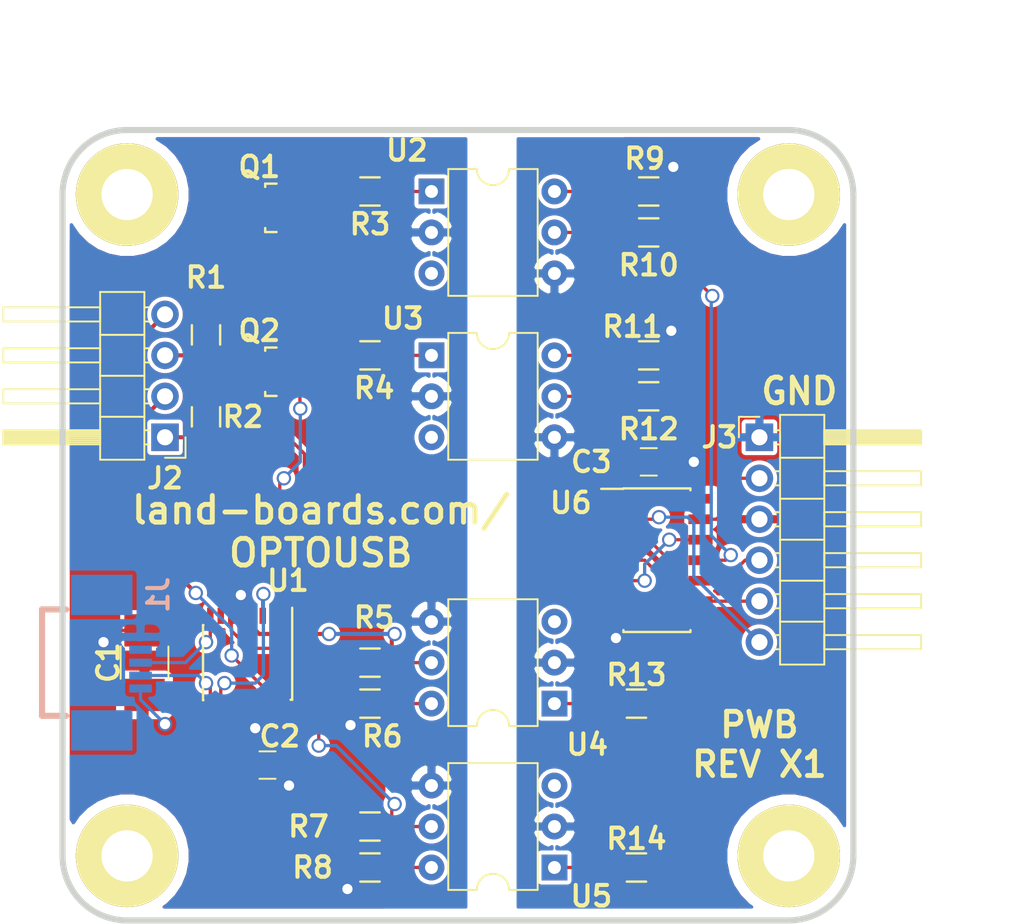
<source format=kicad_pcb>
(kicad_pcb (version 20171130) (host pcbnew "(5.1.10)-1")
  (layers (0 Front signal) (31 Back signal hide) (36 B.SilkS user) (37 F.SilkS user) (38 B.Mask user) (39 F.Mask user) (44 Edge.Cuts user))
  (net 0 "")
  (net 1 "Net-(R11-Pad2)")
  (net 2 /UVCC)
  (net 3 /UGND)
  (net 4 /+3.3V)
  (net 5 /DM)
  (net 6 /DP)
  (net 7 /PUP0)
  (net 8 /TXLED*)
  (net 9 /PUP1)
  (net 10 /RXLED*)
  (net 11 /UTX)
  (net 12 /URTS)
  (net 13 /LRX)
  (net 14 /URX)
  (net 15 /LTX)
  (net 16 "Net-(R8-Pad2)")
  (net 17 /LCTS)
  (net 18 /UCTS)
  (net 19 /LRTS)
  (net 20 GND)
  (net 21 "Net-(U6-Pad3)")
  (net 22 "Net-(U6-Pad12)")
  (net 23 /FCTS)
  (net 24 /FTX)
  (net 25 /FRX)
  (net 26 /FRTS)
  (net 27 "Net-(Q1-Pad2)")
  (net 28 "Net-(Q2-Pad2)")
  (net 29 VCC)
  (net 30 "Net-(R3-Pad2)")
  (net 31 "Net-(R4-Pad2)")
  (net 32 "Net-(R6-Pad2)")
  (net 33 "Net-(R9-Pad2)")
  (net 34 "Net-(R13-Pad1)")
  (net 35 "Net-(R14-Pad1)")
  (module Housings_SOIC:SOIC-14_3.9x8.7mm_Pitch1.27mm (layer Front) (at 107.83 75.67)
    (fp_text reference U6 (at -5.334 -3.556) (layer F.SilkS) (effects (font (size 1.27 1.27) (thickness 0.254))))
    (fp_text value 74HC14 hide)
    (fp_line (start -2.075 -4.425) (end -3.45 -4.425) (layer F.SilkS) (width 0.15))
    (fp_line (start -2.075 4.45) (end 2.075 4.45) (layer F.SilkS) (width 0.15))
    (fp_line (start -2.075 -4.45) (end 2.075 -4.45) (layer F.SilkS) (width 0.15))
    (fp_line (start -2.075 4.45) (end -2.075 4.335) (layer F.SilkS) (width 0.15))
    (fp_line (start 2.075 4.45) (end 2.075 4.335) (layer F.SilkS) (width 0.15))
    (fp_line (start 2.075 -4.45) (end 2.075 -4.335) (layer F.SilkS) (width 0.15))
    (fp_line (start -2.075 -4.45) (end -2.075 -4.425) (layer F.SilkS) (width 0.15))
    (pad 1 smd rect (at -2.7 -3.81) (size 1.5 0.6) (layers Front F.Mask) (net 19 /LRTS))
    (pad 2 smd rect (at -2.7 -2.54) (size 1.5 0.6) (layers Front F.Mask) (net 26 /FRTS))
    (pad 3 smd rect (at -2.7 -1.27) (size 1.5 0.6) (layers Front F.Mask) (net 21 "Net-(U6-Pad3)"))
    (pad 4 smd rect (at -2.7 0) (size 1.5 0.6) (layers Front F.Mask) (net 13 /LRX))
    (pad 5 smd rect (at -2.7 1.27) (size 1.5 0.6) (layers Front F.Mask) (net 22 "Net-(U6-Pad12)"))
    (pad 6 smd rect (at -2.7 2.54) (size 1.5 0.6) (layers Front F.Mask) (net 17 /LCTS))
    (pad 7 smd rect (at -2.7 3.81) (size 1.5 0.6) (layers Front F.Mask) (net 20 GND))
    (pad 8 smd rect (at 2.7 3.81) (size 1.5 0.6) (layers Front F.Mask) (net 21 "Net-(U6-Pad3)"))
    (pad 9 smd rect (at 2.7 2.54) (size 1.5 0.6) (layers Front F.Mask) (net 25 /FRX))
    (pad 10 smd rect (at 2.7 1.27) (size 1.5 0.6) (layers Front F.Mask) (net 24 /FTX))
    (pad 11 smd rect (at 2.7 0) (size 1.5 0.6) (layers Front F.Mask) (net 15 /LTX))
    (pad 12 smd rect (at 2.7 -1.27) (size 1.5 0.6) (layers Front F.Mask) (net 22 "Net-(U6-Pad12)"))
    (pad 13 smd rect (at 2.7 -2.54) (size 1.5 0.6) (layers Front F.Mask) (net 23 /FCTS))
    (pad 14 smd rect (at 2.7 -3.81) (size 1.5 0.6) (layers Front F.Mask) (net 29 VCC))
  )
  (module Resistors_SMD:R_0805_HandSoldering (layer Front) (at 79.89 66.78 270)
    (fp_text reference R2 (at 0 -2.286) (layer F.SilkS) (effects (font (size 1.27 1.27) (thickness 0.254))))
    (fp_text value 270 hide)
    (fp_line (start -0.6 -0.875) (end 0.6 -0.875) (layer F.SilkS) (width 0.15))
    (fp_line (start 0.6 0.875) (end -0.6 0.875) (layer F.SilkS) (width 0.15))
    (pad 1 smd rect (at -1.35 0 270) (size 1.5 1.3) (layers Front F.Mask) (net 2 /UVCC))
    (pad 2 smd rect (at 1.35 0 270) (size 1.5 1.3) (layers Front F.Mask) (net 7 /PUP0))
  )
  (module Resistors_SMD:R_0805_HandSoldering (layer Front) (at 106.56 94.72)
    (fp_text reference R14 (at 0 -1.778) (layer F.SilkS) (effects (font (size 1.27 1.27) (thickness 0.254))))
    (fp_text value 220 hide)
    (fp_line (start -0.6 -0.875) (end 0.6 -0.875) (layer F.SilkS) (width 0.15))
    (fp_line (start 0.6 0.875) (end -0.6 0.875) (layer F.SilkS) (width 0.15))
    (pad 1 smd rect (at -1.35 0) (size 1.5 1.3) (layers Front F.Mask) (net 35 "Net-(R14-Pad1)"))
    (pad 2 smd rect (at 1.35 0) (size 1.5 1.3) (layers Front F.Mask) (net 17 /LCTS))
  )
  (module Resistors_SMD:R_0805_HandSoldering (layer Front) (at 79.89 61.7 270)
    (fp_text reference R1 (at -3.556 0) (layer F.SilkS) (effects (font (size 1.27 1.27) (thickness 0.254))))
    (fp_text value 270 hide)
    (fp_line (start -0.6 -0.875) (end 0.6 -0.875) (layer F.SilkS) (width 0.15))
    (fp_line (start 0.6 0.875) (end -0.6 0.875) (layer F.SilkS) (width 0.15))
    (pad 1 smd rect (at -1.35 0 270) (size 1.5 1.3) (layers Front F.Mask) (net 2 /UVCC))
    (pad 2 smd rect (at 1.35 0 270) (size 1.5 1.3) (layers Front F.Mask) (net 9 /PUP1))
  )
  (module Resistors_SMD:R_0805_HandSoldering (layer Front) (at 90.05 92.18)
    (fp_text reference R7 (at -3.81 0) (layer F.SilkS) (effects (font (size 1.27 1.27) (thickness 0.254))))
    (fp_text value 4.7K hide)
    (fp_line (start -0.6 -0.875) (end 0.6 -0.875) (layer F.SilkS) (width 0.15))
    (fp_line (start 0.6 0.875) (end -0.6 0.875) (layer F.SilkS) (width 0.15))
    (pad 1 smd rect (at -1.35 0) (size 1.5 1.3) (layers Front F.Mask) (net 2 /UVCC))
    (pad 2 smd rect (at 1.35 0) (size 1.5 1.3) (layers Front F.Mask) (net 18 /UCTS))
  )
  (module Resistors_SMD:R_0805_HandSoldering (layer Front) (at 106.56 84.56)
    (fp_text reference R13 (at 0 -1.778) (layer F.SilkS) (effects (font (size 1.27 1.27) (thickness 0.254))))
    (fp_text value 220 hide)
    (fp_line (start -0.6 -0.875) (end 0.6 -0.875) (layer F.SilkS) (width 0.15))
    (fp_line (start 0.6 0.875) (end -0.6 0.875) (layer F.SilkS) (width 0.15))
    (pad 1 smd rect (at -1.35 0) (size 1.5 1.3) (layers Front F.Mask) (net 34 "Net-(R13-Pad1)"))
    (pad 2 smd rect (at 1.35 0) (size 1.5 1.3) (layers Front F.Mask) (net 13 /LRX))
  )
  (module Resistors_SMD:R_0805_HandSoldering (layer Front) (at 90.05 62.97)
    (fp_text reference R4 (at 0.254 2.032) (layer F.SilkS) (effects (font (size 1.27 1.27) (thickness 0.254))))
    (fp_text value 220 hide)
    (fp_line (start -0.6 -0.875) (end 0.6 -0.875) (layer F.SilkS) (width 0.15))
    (fp_line (start 0.6 0.875) (end -0.6 0.875) (layer F.SilkS) (width 0.15))
    (pad 1 smd rect (at -1.35 0) (size 1.5 1.3) (layers Front F.Mask) (net 28 "Net-(Q2-Pad2)"))
    (pad 2 smd rect (at 1.35 0) (size 1.5 1.3) (layers Front F.Mask) (net 31 "Net-(R4-Pad2)"))
  )
  (module Resistors_SMD:R_0805_HandSoldering (layer Front) (at 90.05 82.02)
    (fp_text reference R5 (at 0.254 -2.794) (layer F.SilkS) (effects (font (size 1.27 1.27) (thickness 0.254))))
    (fp_text value 4.7K hide)
    (fp_line (start -0.6 -0.875) (end 0.6 -0.875) (layer F.SilkS) (width 0.15))
    (fp_line (start 0.6 0.875) (end -0.6 0.875) (layer F.SilkS) (width 0.15))
    (pad 1 smd rect (at -1.35 0) (size 1.5 1.3) (layers Front F.Mask) (net 2 /UVCC))
    (pad 2 smd rect (at 1.35 0) (size 1.5 1.3) (layers Front F.Mask) (net 14 /URX))
  )
  (module Resistors_SMD:R_0805_HandSoldering (layer Front) (at 107.322 65.51 180)
    (fp_text reference R12 (at 0 -2.032 180) (layer F.SilkS) (effects (font (size 1.27 1.27) (thickness 0.254))))
    (fp_text value 4.7K hide)
    (fp_line (start -0.6 -0.875) (end 0.6 -0.875) (layer F.SilkS) (width 0.15))
    (fp_line (start 0.6 0.875) (end -0.6 0.875) (layer F.SilkS) (width 0.15))
    (pad 1 smd rect (at -1.35 0 180) (size 1.5 1.3) (layers Front F.Mask) (net 29 VCC))
    (pad 2 smd rect (at 1.35 0 180) (size 1.5 1.3) (layers Front F.Mask) (net 19 /LRTS))
  )
  (module MTG-4-40 (layer Front) (at 75 53)
    (fp_text reference MTG1 hide)
    (fp_text value CONN_1 hide)
    (pad 1 thru_hole circle (at 0 0) (size 6.35 6.35) (drill 3.175) (layers *.Cu *.Mask F.SilkS))
  )
  (module MTG-4-40 (layer Front) (at 116 53)
    (fp_text reference MTG3 hide)
    (fp_text value CONN_1 hide)
    (pad 1 thru_hole circle (at 0 0) (size 6.35 6.35) (drill 3.175) (layers *.Cu *.Mask F.SilkS))
  )
  (module MTG-4-40 (layer Front) (at 75 94)
    (fp_text reference MTG2 hide)
    (fp_text value CONN_1 hide)
    (pad 1 thru_hole circle (at 0 0) (size 6.35 6.35) (drill 3.175) (layers *.Cu *.Mask F.SilkS))
  )
  (module MTG-4-40 (layer Front) (at 116 94)
    (fp_text reference MTG4 hide)
    (fp_text value CONN_1 hide)
    (pad 1 thru_hole circle (at 0 0) (size 6.35 6.35) (drill 3.175) (layers *.Cu *.Mask F.SilkS))
  )
  (module Resistors_SMD:R_0805_HandSoldering (layer Front) (at 90.05 94.72)
    (fp_text reference R8 (at -3.556 0) (layer F.SilkS) (effects (font (size 1.27 1.27) (thickness 0.254))))
    (fp_text value 47K hide)
    (fp_line (start -0.6 -0.875) (end 0.6 -0.875) (layer F.SilkS) (width 0.15))
    (fp_line (start 0.6 0.875) (end -0.6 0.875) (layer F.SilkS) (width 0.15))
    (pad 1 smd rect (at -1.35 0) (size 1.5 1.3) (layers Front F.Mask) (net 3 /UGND))
    (pad 2 smd rect (at 1.35 0) (size 1.5 1.3) (layers Front F.Mask) (net 16 "Net-(R8-Pad2)"))
  )
  (module Resistors_SMD:R_0805_HandSoldering (layer Front) (at 107.322 62.97 180)
    (fp_text reference R11 (at 1.016 1.778 180) (layer F.SilkS) (effects (font (size 1.27 1.27) (thickness 0.254))))
    (fp_text value 47K hide)
    (fp_line (start -0.6 -0.875) (end 0.6 -0.875) (layer F.SilkS) (width 0.15))
    (fp_line (start 0.6 0.875) (end -0.6 0.875) (layer F.SilkS) (width 0.15))
    (pad 1 smd rect (at -1.35 0 180) (size 1.5 1.3) (layers Front F.Mask) (net 20 GND))
    (pad 2 smd rect (at 1.35 0 180) (size 1.5 1.3) (layers Front F.Mask) (net 1 "Net-(R11-Pad2)"))
  )
  (module Resistors_SMD:R_0805_HandSoldering (layer Front) (at 90.05 52.81)
    (fp_text reference R3 (at 0 2.032) (layer F.SilkS) (effects (font (size 1.27 1.27) (thickness 0.254))))
    (fp_text value 220 hide)
    (fp_line (start -0.6 -0.875) (end 0.6 -0.875) (layer F.SilkS) (width 0.15))
    (fp_line (start 0.6 0.875) (end -0.6 0.875) (layer F.SilkS) (width 0.15))
    (pad 1 smd rect (at -1.35 0) (size 1.5 1.3) (layers Front F.Mask) (net 27 "Net-(Q1-Pad2)"))
    (pad 2 smd rect (at 1.35 0) (size 1.5 1.3) (layers Front F.Mask) (net 30 "Net-(R3-Pad2)"))
  )
  (module Resistors_SMD:R_0805_HandSoldering (layer Front) (at 107.322 55.35 180)
    (fp_text reference R10 (at 0 -2.032 180) (layer F.SilkS) (effects (font (size 1.27 1.27) (thickness 0.254))))
    (fp_text value 4.7K hide)
    (fp_line (start -0.6 -0.875) (end 0.6 -0.875) (layer F.SilkS) (width 0.15))
    (fp_line (start 0.6 0.875) (end -0.6 0.875) (layer F.SilkS) (width 0.15))
    (pad 1 smd rect (at -1.35 0 180) (size 1.5 1.3) (layers Front F.Mask) (net 29 VCC))
    (pad 2 smd rect (at 1.35 0 180) (size 1.5 1.3) (layers Front F.Mask) (net 15 /LTX))
  )
  (module Resistors_SMD:R_0805_HandSoldering (layer Front) (at 90.05 84.56)
    (fp_text reference R6 (at 0.762 2.032) (layer F.SilkS) (effects (font (size 1.27 1.27) (thickness 0.254))))
    (fp_text value 47K hide)
    (fp_line (start -0.6 -0.875) (end 0.6 -0.875) (layer F.SilkS) (width 0.15))
    (fp_line (start 0.6 0.875) (end -0.6 0.875) (layer F.SilkS) (width 0.15))
    (pad 1 smd rect (at -1.35 0) (size 1.5 1.3) (layers Front F.Mask) (net 3 /UGND))
    (pad 2 smd rect (at 1.35 0) (size 1.5 1.3) (layers Front F.Mask) (net 32 "Net-(R6-Pad2)"))
  )
  (module Resistors_SMD:R_0805_HandSoldering (layer Front) (at 107.322 52.81 180)
    (fp_text reference R9 (at 0.254 2.032) (layer F.SilkS) (effects (font (size 1.27 1.27) (thickness 0.254))))
    (fp_text value 47K hide)
    (fp_line (start -0.6 -0.875) (end 0.6 -0.875) (layer F.SilkS) (width 0.15))
    (fp_line (start 0.6 0.875) (end -0.6 0.875) (layer F.SilkS) (width 0.15))
    (pad 1 smd rect (at -1.35 0 180) (size 1.5 1.3) (layers Front F.Mask) (net 20 GND))
    (pad 2 smd rect (at 1.35 0 180) (size 1.5 1.3) (layers Front F.Mask) (net 33 "Net-(R9-Pad2)"))
  )
  (module Capacitors_SMD:C_1210_HandSoldering (layer Front) (at 76.08 82.02 90)
    (fp_text reference C1 (at 0 -2.25 90) (layer F.SilkS) (effects (font (size 1.27 1.27) (thickness 0.254))))
    (fp_text value 10uF hide)
    (fp_line (start -1 1.48) (end 1 1.48) (layer F.SilkS) (width 0.12))
    (fp_line (start 1 -1.48) (end -1 -1.48) (layer F.SilkS) (width 0.12))
    (pad 1 smd rect (at -2 0 90) (size 2 2.5) (layers Front F.Mask) (net 2 /UVCC))
    (pad 2 smd rect (at 2 0 90) (size 2 2.5) (layers Front F.Mask) (net 3 /UGND))
  )
  (module Capacitors_SMD:C_0805_HandSoldering (layer Front) (at 83.7 88.37)
    (fp_text reference C2 (at 0.762 -1.778) (layer F.SilkS) (effects (font (size 1.27 1.27) (thickness 0.254))))
    (fp_text value 0.1uF hide)
    (fp_line (start -0.5 0.85) (end 0.5 0.85) (layer F.SilkS) (width 0.12))
    (fp_line (start 0.5 -0.85) (end -0.5 -0.85) (layer F.SilkS) (width 0.12))
    (pad 1 smd rect (at -1.25 0) (size 1.5 1.25) (layers Front F.Mask) (net 4 /+3.3V))
    (pad 2 smd rect (at 1.25 0) (size 1.5 1.25) (layers Front F.Mask) (net 3 /UGND))
  )
  (module LandBoards_Conns:USB-B-MINI (layer Back) (at 69.73 82.02 90)
    (fp_text reference J1 (at 4.20116 7.2009 90) (layer B.SilkS) (effects (font (size 1.27 1.27) (thickness 0.254)) (justify mirror)))
    (fp_text value USB-B hide)
    (fp_line (start -3.29946 0) (end 3.29946 0) (layer B.SilkS) (width 0.381))
    (fp_line (start 3.29946 0) (end 3.29946 1.50114) (layer B.SilkS) (width 0.381))
    (fp_line (start -3.29946 0) (end -3.29946 1.50114) (layer B.SilkS) (width 0.381))
    (pad G2 smd rect (at 4.20116 3.70078 90) (size 2.49936 3.79984) (layers Back B.Mask))
    (pad G1 smd rect (at -4.20116 3.70078 90) (size 2.49936 3.79984) (layers Back B.Mask))
    (pad 4 smd rect (at 1.6002 6.10108 90) (size 0.50038 1.39954) (layers Back B.Mask) (net 3 /UGND))
    (pad NC smd rect (at 0.8001 6.10108 90) (size 0.50038 1.39954) (layers Back B.Mask))
    (pad 1 smd rect (at -1.6002 6.10108 90) (size 0.50038 1.39954) (layers Back B.Mask) (net 2 /UVCC))
    (pad 2 smd rect (at -0.8001 6.10108 90) (size 0.50038 1.39954) (layers Back B.Mask) (net 5 /DM))
    (pad 3 smd rect (at 0 6.10108 90) (size 0.50038 1.39954) (layers Back B.Mask) (net 6 /DP))
  )
  (module Pin_Headers:Pin_Header_Angled_1x06_Pitch2.54mm (layer Front) (at 114.18 68.05)
    (fp_text reference J3 (at -2.4765 0) (layer F.SilkS) (effects (font (size 1.27 1.27) (thickness 0.254))))
    (fp_text value FTDI-Slave hide)
    (fp_line (start -1.27 -1.27) (end 0 -1.27) (layer F.SilkS) (width 0.12))
    (fp_line (start -1.27 0) (end -1.27 -1.27) (layer F.SilkS) (width 0.12))
    (fp_line (start 0.97 13.14) (end 1.28 13.14) (layer F.SilkS) (width 0.12))
    (fp_line (start 0.97 12.26) (end 1.28 12.26) (layer F.SilkS) (width 0.12))
    (fp_line (start 10.02 12.26) (end 4.02 12.26) (layer F.SilkS) (width 0.12))
    (fp_line (start 10.02 13.14) (end 10.02 12.26) (layer F.SilkS) (width 0.12))
    (fp_line (start 4.02 13.14) (end 10.02 13.14) (layer F.SilkS) (width 0.12))
    (fp_line (start 4.02 12.26) (end 4.02 13.14) (layer F.SilkS) (width 0.12))
    (fp_line (start 4.02 11.43) (end 1.28 11.43) (layer F.SilkS) (width 0.12))
    (fp_line (start 4.02 14.09) (end 4.02 11.43) (layer F.SilkS) (width 0.12))
    (fp_line (start 1.28 14.09) (end 4.02 14.09) (layer F.SilkS) (width 0.12))
    (fp_line (start 1.28 11.43) (end 1.28 14.09) (layer F.SilkS) (width 0.12))
    (fp_line (start 0.97 10.6) (end 1.28 10.6) (layer F.SilkS) (width 0.12))
    (fp_line (start 0.97 9.72) (end 1.28 9.72) (layer F.SilkS) (width 0.12))
    (fp_line (start 10.02 9.72) (end 4.02 9.72) (layer F.SilkS) (width 0.12))
    (fp_line (start 10.02 10.6) (end 10.02 9.72) (layer F.SilkS) (width 0.12))
    (fp_line (start 4.02 10.6) (end 10.02 10.6) (layer F.SilkS) (width 0.12))
    (fp_line (start 4.02 9.72) (end 4.02 10.6) (layer F.SilkS) (width 0.12))
    (fp_line (start 4.02 8.89) (end 1.28 8.89) (layer F.SilkS) (width 0.12))
    (fp_line (start 4.02 11.43) (end 4.02 8.89) (layer F.SilkS) (width 0.12))
    (fp_line (start 1.28 11.43) (end 4.02 11.43) (layer F.SilkS) (width 0.12))
    (fp_line (start 1.28 8.89) (end 1.28 11.43) (layer F.SilkS) (width 0.12))
    (fp_line (start 0.97 8.06) (end 1.28 8.06) (layer F.SilkS) (width 0.12))
    (fp_line (start 0.97 7.18) (end 1.28 7.18) (layer F.SilkS) (width 0.12))
    (fp_line (start 10.02 7.18) (end 4.02 7.18) (layer F.SilkS) (width 0.12))
    (fp_line (start 10.02 8.06) (end 10.02 7.18) (layer F.SilkS) (width 0.12))
    (fp_line (start 4.02 8.06) (end 10.02 8.06) (layer F.SilkS) (width 0.12))
    (fp_line (start 4.02 7.18) (end 4.02 8.06) (layer F.SilkS) (width 0.12))
    (fp_line (start 4.02 6.35) (end 1.28 6.35) (layer F.SilkS) (width 0.12))
    (fp_line (start 4.02 8.89) (end 4.02 6.35) (layer F.SilkS) (width 0.12))
    (fp_line (start 1.28 8.89) (end 4.02 8.89) (layer F.SilkS) (width 0.12))
    (fp_line (start 1.28 6.35) (end 1.28 8.89) (layer F.SilkS) (width 0.12))
    (fp_line (start 0.97 5.52) (end 1.28 5.52) (layer F.SilkS) (width 0.12))
    (fp_line (start 0.97 4.64) (end 1.28 4.64) (layer F.SilkS) (width 0.12))
    (fp_line (start 10.02 4.64) (end 4.02 4.64) (layer F.SilkS) (width 0.12))
    (fp_line (start 10.02 5.52) (end 10.02 4.64) (layer F.SilkS) (width 0.12))
    (fp_line (start 4.02 5.52) (end 10.02 5.52) (layer F.SilkS) (width 0.12))
    (fp_line (start 4.02 4.64) (end 4.02 5.52) (layer F.SilkS) (width 0.12))
    (fp_line (start 4.02 3.81) (end 1.28 3.81) (layer F.SilkS) (width 0.12))
    (fp_line (start 4.02 6.35) (end 4.02 3.81) (layer F.SilkS) (width 0.12))
    (fp_line (start 1.28 6.35) (end 4.02 6.35) (layer F.SilkS) (width 0.12))
    (fp_line (start 1.28 3.81) (end 1.28 6.35) (layer F.SilkS) (width 0.12))
    (fp_line (start 0.97 2.98) (end 1.28 2.98) (layer F.SilkS) (width 0.12))
    (fp_line (start 0.97 2.1) (end 1.28 2.1) (layer F.SilkS) (width 0.12))
    (fp_line (start 10.02 2.1) (end 4.02 2.1) (layer F.SilkS) (width 0.12))
    (fp_line (start 10.02 2.98) (end 10.02 2.1) (layer F.SilkS) (width 0.12))
    (fp_line (start 4.02 2.98) (end 10.02 2.98) (layer F.SilkS) (width 0.12))
    (fp_line (start 4.02 2.1) (end 4.02 2.98) (layer F.SilkS) (width 0.12))
    (fp_line (start 4.02 1.27) (end 1.28 1.27) (layer F.SilkS) (width 0.12))
    (fp_line (start 4.02 3.81) (end 4.02 1.27) (layer F.SilkS) (width 0.12))
    (fp_line (start 1.28 3.81) (end 4.02 3.81) (layer F.SilkS) (width 0.12))
    (fp_line (start 1.28 1.27) (end 1.28 3.81) (layer F.SilkS) (width 0.12))
    (fp_line (start 4.02 0.4) (end 10.02 0.4) (layer F.SilkS) (width 0.12))
    (fp_line (start 4.02 0.28) (end 10.02 0.28) (layer F.SilkS) (width 0.12))
    (fp_line (start 4.02 0.16) (end 10.02 0.16) (layer F.SilkS) (width 0.12))
    (fp_line (start 4.02 0.04) (end 10.02 0.04) (layer F.SilkS) (width 0.12))
    (fp_line (start 4.02 -0.08) (end 10.02 -0.08) (layer F.SilkS) (width 0.12))
    (fp_line (start 4.02 -0.2) (end 10.02 -0.2) (layer F.SilkS) (width 0.12))
    (fp_line (start 4.02 -0.32) (end 10.02 -0.32) (layer F.SilkS) (width 0.12))
    (fp_line (start 0.97 0.44) (end 1.28 0.44) (layer F.SilkS) (width 0.12))
    (fp_line (start 0.97 -0.44) (end 1.28 -0.44) (layer F.SilkS) (width 0.12))
    (fp_line (start 10.02 -0.44) (end 4.02 -0.44) (layer F.SilkS) (width 0.12))
    (fp_line (start 10.02 0.44) (end 10.02 -0.44) (layer F.SilkS) (width 0.12))
    (fp_line (start 4.02 0.44) (end 10.02 0.44) (layer F.SilkS) (width 0.12))
    (fp_line (start 4.02 -0.44) (end 4.02 0.44) (layer F.SilkS) (width 0.12))
    (fp_line (start 4.02 -1.39) (end 1.28 -1.39) (layer F.SilkS) (width 0.12))
    (fp_line (start 4.02 1.27) (end 4.02 -1.39) (layer F.SilkS) (width 0.12))
    (fp_line (start 1.28 1.27) (end 4.02 1.27) (layer F.SilkS) (width 0.12))
    (fp_line (start 1.28 -1.39) (end 1.28 1.27) (layer F.SilkS) (width 0.12))
    (pad 1 thru_hole rect (at 0 0) (size 1.7 1.7) (drill 1) (layers *.Cu *.Mask) (net 20 GND))
    (pad 2 thru_hole oval (at 0 2.54) (size 1.7 1.7) (drill 1) (layers *.Cu *.Mask) (net 23 /FCTS))
    (pad 3 thru_hole oval (at 0 5.08) (size 1.7 1.7) (drill 1) (layers *.Cu *.Mask) (net 29 VCC))
    (pad 4 thru_hole oval (at 0 7.62) (size 1.7 1.7) (drill 1) (layers *.Cu *.Mask) (net 24 /FTX))
    (pad 5 thru_hole oval (at 0 10.16) (size 1.7 1.7) (drill 1) (layers *.Cu *.Mask) (net 25 /FRX))
    (pad 6 thru_hole oval (at 0 12.7) (size 1.7 1.7) (drill 1) (layers *.Cu *.Mask) (net 26 /FRTS))
  )
  (module Pin_Headers:Pin_Header_Angled_1x04_Pitch2.54mm (layer Front) (at 77.35 68.05 180)
    (fp_text reference J2 (at 0 -2.54 180) (layer F.SilkS) (effects (font (size 1.27 1.27) (thickness 0.254))))
    (fp_text value CONN_4 hide)
    (fp_line (start -1.27 -1.27) (end 0 -1.27) (layer F.SilkS) (width 0.12))
    (fp_line (start -1.27 0) (end -1.27 -1.27) (layer F.SilkS) (width 0.12))
    (fp_line (start 0.97 8.06) (end 1.28 8.06) (layer F.SilkS) (width 0.12))
    (fp_line (start 0.97 7.18) (end 1.28 7.18) (layer F.SilkS) (width 0.12))
    (fp_line (start 10.02 7.18) (end 4.02 7.18) (layer F.SilkS) (width 0.12))
    (fp_line (start 10.02 8.06) (end 10.02 7.18) (layer F.SilkS) (width 0.12))
    (fp_line (start 4.02 8.06) (end 10.02 8.06) (layer F.SilkS) (width 0.12))
    (fp_line (start 4.02 7.18) (end 4.02 8.06) (layer F.SilkS) (width 0.12))
    (fp_line (start 4.02 6.35) (end 1.28 6.35) (layer F.SilkS) (width 0.12))
    (fp_line (start 4.02 9.01) (end 4.02 6.35) (layer F.SilkS) (width 0.12))
    (fp_line (start 1.28 9.01) (end 4.02 9.01) (layer F.SilkS) (width 0.12))
    (fp_line (start 1.28 6.35) (end 1.28 9.01) (layer F.SilkS) (width 0.12))
    (fp_line (start 0.97 5.52) (end 1.28 5.52) (layer F.SilkS) (width 0.12))
    (fp_line (start 0.97 4.64) (end 1.28 4.64) (layer F.SilkS) (width 0.12))
    (fp_line (start 10.02 4.64) (end 4.02 4.64) (layer F.SilkS) (width 0.12))
    (fp_line (start 10.02 5.52) (end 10.02 4.64) (layer F.SilkS) (width 0.12))
    (fp_line (start 4.02 5.52) (end 10.02 5.52) (layer F.SilkS) (width 0.12))
    (fp_line (start 4.02 4.64) (end 4.02 5.52) (layer F.SilkS) (width 0.12))
    (fp_line (start 4.02 3.81) (end 1.28 3.81) (layer F.SilkS) (width 0.12))
    (fp_line (start 4.02 6.35) (end 4.02 3.81) (layer F.SilkS) (width 0.12))
    (fp_line (start 1.28 6.35) (end 4.02 6.35) (layer F.SilkS) (width 0.12))
    (fp_line (start 1.28 3.81) (end 1.28 6.35) (layer F.SilkS) (width 0.12))
    (fp_line (start 0.97 2.98) (end 1.28 2.98) (layer F.SilkS) (width 0.12))
    (fp_line (start 0.97 2.1) (end 1.28 2.1) (layer F.SilkS) (width 0.12))
    (fp_line (start 10.02 2.1) (end 4.02 2.1) (layer F.SilkS) (width 0.12))
    (fp_line (start 10.02 2.98) (end 10.02 2.1) (layer F.SilkS) (width 0.12))
    (fp_line (start 4.02 2.98) (end 10.02 2.98) (layer F.SilkS) (width 0.12))
    (fp_line (start 4.02 2.1) (end 4.02 2.98) (layer F.SilkS) (width 0.12))
    (fp_line (start 4.02 1.27) (end 1.28 1.27) (layer F.SilkS) (width 0.12))
    (fp_line (start 4.02 3.81) (end 4.02 1.27) (layer F.SilkS) (width 0.12))
    (fp_line (start 1.28 3.81) (end 4.02 3.81) (layer F.SilkS) (width 0.12))
    (fp_line (start 1.28 1.27) (end 1.28 3.81) (layer F.SilkS) (width 0.12))
    (fp_line (start 4.02 0.4) (end 10.02 0.4) (layer F.SilkS) (width 0.12))
    (fp_line (start 4.02 0.28) (end 10.02 0.28) (layer F.SilkS) (width 0.12))
    (fp_line (start 4.02 0.16) (end 10.02 0.16) (layer F.SilkS) (width 0.12))
    (fp_line (start 4.02 0.04) (end 10.02 0.04) (layer F.SilkS) (width 0.12))
    (fp_line (start 4.02 -0.08) (end 10.02 -0.08) (layer F.SilkS) (width 0.12))
    (fp_line (start 4.02 -0.2) (end 10.02 -0.2) (layer F.SilkS) (width 0.12))
    (fp_line (start 4.02 -0.32) (end 10.02 -0.32) (layer F.SilkS) (width 0.12))
    (fp_line (start 0.97 0.44) (end 1.28 0.44) (layer F.SilkS) (width 0.12))
    (fp_line (start 0.97 -0.44) (end 1.28 -0.44) (layer F.SilkS) (width 0.12))
    (fp_line (start 10.02 -0.44) (end 4.02 -0.44) (layer F.SilkS) (width 0.12))
    (fp_line (start 10.02 0.44) (end 10.02 -0.44) (layer F.SilkS) (width 0.12))
    (fp_line (start 4.02 0.44) (end 10.02 0.44) (layer F.SilkS) (width 0.12))
    (fp_line (start 4.02 -0.44) (end 4.02 0.44) (layer F.SilkS) (width 0.12))
    (fp_line (start 4.02 -1.39) (end 1.28 -1.39) (layer F.SilkS) (width 0.12))
    (fp_line (start 4.02 1.27) (end 4.02 -1.39) (layer F.SilkS) (width 0.12))
    (fp_line (start 1.28 1.27) (end 4.02 1.27) (layer F.SilkS) (width 0.12))
    (fp_line (start 1.28 -1.39) (end 1.28 1.27) (layer F.SilkS) (width 0.12))
    (pad 1 thru_hole rect (at 0 0 180) (size 1.7 1.7) (drill 1) (layers *.Cu *.Mask) (net 7 /PUP0))
    (pad 2 thru_hole oval (at 0 2.54 180) (size 1.7 1.7) (drill 1) (layers *.Cu *.Mask) (net 8 /TXLED*))
    (pad 3 thru_hole oval (at 0 5.08 180) (size 1.7 1.7) (drill 1) (layers *.Cu *.Mask) (net 9 /PUP1))
    (pad 4 thru_hole oval (at 0 7.62 180) (size 1.7 1.7) (drill 1) (layers *.Cu *.Mask) (net 10 /RXLED*))
  )
  (module Housings_SSOP:SSOP-16_4.4x5.2mm_Pitch0.65mm (layer Front) (at 82.43 82.02 270)
    (fp_text reference U1 (at -5.08 -2.54) (layer F.SilkS) (effects (font (size 1.27 1.27) (thickness 0.254))))
    (fp_text value FT230XS hide)
    (fp_line (start -2.325 2.725) (end 2.325 2.725) (layer F.SilkS) (width 0.15))
    (fp_line (start -3.4 -2.8) (end 2.3 -2.8) (layer F.SilkS) (width 0.15))
    (fp_line (start -2.325 2.725) (end -2.325 2.7) (layer F.SilkS) (width 0.15))
    (fp_line (start 2.325 2.725) (end 2.325 2.7) (layer F.SilkS) (width 0.15))
    (fp_line (start 2.3 -2.8) (end 2.3 -2.7) (layer F.SilkS) (width 0.15))
    (pad 1 smd rect (at -2.9 -2.275 270) (size 1 0.4) (layers Front F.Mask) (net 11 /UTX))
    (pad 2 smd rect (at -2.9 -1.625 270) (size 1 0.4) (layers Front F.Mask) (net 12 /URTS))
    (pad 3 smd rect (at -2.9 -0.975 270) (size 1 0.4) (layers Front F.Mask) (net 4 /+3.3V))
    (pad 4 smd rect (at -2.9 -0.325 270) (size 1 0.4) (layers Front F.Mask) (net 14 /URX))
    (pad 5 smd rect (at -2.9 0.325 270) (size 1 0.4) (layers Front F.Mask) (net 3 /UGND))
    (pad 6 smd rect (at -2.9 0.975 270) (size 1 0.4) (layers Front F.Mask) (net 18 /UCTS))
    (pad 7 smd rect (at -2.9 1.625 270) (size 1 0.4) (layers Front F.Mask) (net 8 /TXLED*))
    (pad 8 smd rect (at -2.9 2.275 270) (size 1 0.4) (layers Front F.Mask) (net 6 /DP))
    (pad 9 smd rect (at 2.9 2.275 270) (size 1 0.4) (layers Front F.Mask) (net 5 /DM))
    (pad 10 smd rect (at 2.9 1.625 270) (size 1 0.4) (layers Front F.Mask) (net 4 /+3.3V))
    (pad 11 smd rect (at 2.9 0.975 270) (size 1 0.4) (layers Front F.Mask))
    (pad 12 smd rect (at 2.9 0.325 270) (size 1 0.4) (layers Front F.Mask) (net 2 /UVCC))
    (pad 13 smd rect (at 2.9 -0.325 270) (size 1 0.4) (layers Front F.Mask) (net 3 /UGND))
    (pad 14 smd rect (at 2.9 -0.975 270) (size 1 0.4) (layers Front F.Mask) (net 10 /RXLED*))
    (pad 15 smd rect (at 2.9 -1.625 270) (size 1 0.4) (layers Front F.Mask))
    (pad 16 smd rect (at 2.9 -2.275 270) (size 1 0.4) (layers Front F.Mask))
  )
  (module Housings_DIP:DIP-6_W7.62mm (layer Front) (at 101.48 84.56 180)
    (fp_text reference U4 (at -2.032 -2.54 180) (layer F.SilkS) (effects (font (size 1.27 1.27) (thickness 0.254))))
    (fp_text value 4N25 hide)
    (fp_line (start 6.58 -1.39) (end 4.81 -1.39) (layer F.SilkS) (width 0.12))
    (fp_line (start 6.58 6.47) (end 6.58 -1.39) (layer F.SilkS) (width 0.12))
    (fp_line (start 1.04 6.47) (end 6.58 6.47) (layer F.SilkS) (width 0.12))
    (fp_line (start 1.04 -1.39) (end 1.04 6.47) (layer F.SilkS) (width 0.12))
    (fp_line (start 2.81 -1.39) (end 1.04 -1.39) (layer F.SilkS) (width 0.12))
    (fp_arc (start 3.81 -1.39) (end 2.81 -1.39) (angle -180) (layer F.SilkS) (width 0.12))
    (pad 1 thru_hole rect (at 0 0 180) (size 1.6 1.6) (drill 0.8) (layers *.Cu *.Mask) (net 34 "Net-(R13-Pad1)"))
    (pad 4 thru_hole oval (at 7.62 5.08 180) (size 1.6 1.6) (drill 0.8) (layers *.Cu *.Mask) (net 3 /UGND))
    (pad 2 thru_hole oval (at 0 2.54 180) (size 1.6 1.6) (drill 0.8) (layers *.Cu *.Mask) (net 20 GND))
    (pad 5 thru_hole oval (at 7.62 2.54 180) (size 1.6 1.6) (drill 0.8) (layers *.Cu *.Mask) (net 14 /URX))
    (pad 3 thru_hole oval (at 0 5.08 180) (size 1.6 1.6) (drill 0.8) (layers *.Cu *.Mask))
    (pad 6 thru_hole oval (at 7.62 0 180) (size 1.6 1.6) (drill 0.8) (layers *.Cu *.Mask) (net 32 "Net-(R6-Pad2)"))
  )
  (module Housings_DIP:DIP-6_W7.62mm (layer Front) (at 93.86 52.81)
    (fp_text reference U2 (at -1.524 -2.54) (layer F.SilkS) (effects (font (size 1.27 1.27) (thickness 0.254))))
    (fp_text value 4N25 hide)
    (fp_line (start 6.58 -1.39) (end 4.81 -1.39) (layer F.SilkS) (width 0.12))
    (fp_line (start 6.58 6.47) (end 6.58 -1.39) (layer F.SilkS) (width 0.12))
    (fp_line (start 1.04 6.47) (end 6.58 6.47) (layer F.SilkS) (width 0.12))
    (fp_line (start 1.04 -1.39) (end 1.04 6.47) (layer F.SilkS) (width 0.12))
    (fp_line (start 2.81 -1.39) (end 1.04 -1.39) (layer F.SilkS) (width 0.12))
    (fp_arc (start 3.81 -1.39) (end 2.81 -1.39) (angle -180) (layer F.SilkS) (width 0.12))
    (pad 1 thru_hole rect (at 0 0) (size 1.6 1.6) (drill 0.8) (layers *.Cu *.Mask) (net 30 "Net-(R3-Pad2)"))
    (pad 4 thru_hole oval (at 7.62 5.08) (size 1.6 1.6) (drill 0.8) (layers *.Cu *.Mask) (net 20 GND))
    (pad 2 thru_hole oval (at 0 2.54) (size 1.6 1.6) (drill 0.8) (layers *.Cu *.Mask) (net 3 /UGND))
    (pad 5 thru_hole oval (at 7.62 2.54) (size 1.6 1.6) (drill 0.8) (layers *.Cu *.Mask) (net 15 /LTX))
    (pad 3 thru_hole oval (at 0 5.08) (size 1.6 1.6) (drill 0.8) (layers *.Cu *.Mask))
    (pad 6 thru_hole oval (at 7.62 0) (size 1.6 1.6) (drill 0.8) (layers *.Cu *.Mask) (net 33 "Net-(R9-Pad2)"))
  )
  (module Housings_DIP:DIP-6_W7.62mm (layer Front) (at 101.48 94.72 180)
    (fp_text reference U5 (at -2.286 -1.778 180) (layer F.SilkS) (effects (font (size 1.27 1.27) (thickness 0.254))))
    (fp_text value 4N25 hide)
    (fp_line (start 6.58 -1.39) (end 4.81 -1.39) (layer F.SilkS) (width 0.12))
    (fp_line (start 6.58 6.47) (end 6.58 -1.39) (layer F.SilkS) (width 0.12))
    (fp_line (start 1.04 6.47) (end 6.58 6.47) (layer F.SilkS) (width 0.12))
    (fp_line (start 1.04 -1.39) (end 1.04 6.47) (layer F.SilkS) (width 0.12))
    (fp_line (start 2.81 -1.39) (end 1.04 -1.39) (layer F.SilkS) (width 0.12))
    (fp_arc (start 3.81 -1.39) (end 2.81 -1.39) (angle -180) (layer F.SilkS) (width 0.12))
    (pad 1 thru_hole rect (at 0 0 180) (size 1.6 1.6) (drill 0.8) (layers *.Cu *.Mask) (net 35 "Net-(R14-Pad1)"))
    (pad 4 thru_hole oval (at 7.62 5.08 180) (size 1.6 1.6) (drill 0.8) (layers *.Cu *.Mask) (net 3 /UGND))
    (pad 2 thru_hole oval (at 0 2.54 180) (size 1.6 1.6) (drill 0.8) (layers *.Cu *.Mask) (net 20 GND))
    (pad 5 thru_hole oval (at 7.62 2.54 180) (size 1.6 1.6) (drill 0.8) (layers *.Cu *.Mask) (net 18 /UCTS))
    (pad 3 thru_hole oval (at 0 5.08 180) (size 1.6 1.6) (drill 0.8) (layers *.Cu *.Mask))
    (pad 6 thru_hole oval (at 7.62 0 180) (size 1.6 1.6) (drill 0.8) (layers *.Cu *.Mask) (net 16 "Net-(R8-Pad2)"))
  )
  (module Housings_DIP:DIP-6_W7.62mm (layer Front) (at 93.86 62.97)
    (fp_text reference U3 (at -1.778 -2.286) (layer F.SilkS) (effects (font (size 1.27 1.27) (thickness 0.254))))
    (fp_text value 4N25 hide)
    (fp_line (start 6.58 -1.39) (end 4.81 -1.39) (layer F.SilkS) (width 0.12))
    (fp_line (start 6.58 6.47) (end 6.58 -1.39) (layer F.SilkS) (width 0.12))
    (fp_line (start 1.04 6.47) (end 6.58 6.47) (layer F.SilkS) (width 0.12))
    (fp_line (start 1.04 -1.39) (end 1.04 6.47) (layer F.SilkS) (width 0.12))
    (fp_line (start 2.81 -1.39) (end 1.04 -1.39) (layer F.SilkS) (width 0.12))
    (fp_arc (start 3.81 -1.39) (end 2.81 -1.39) (angle -180) (layer F.SilkS) (width 0.12))
    (pad 1 thru_hole rect (at 0 0) (size 1.6 1.6) (drill 0.8) (layers *.Cu *.Mask) (net 31 "Net-(R4-Pad2)"))
    (pad 4 thru_hole oval (at 7.62 5.08) (size 1.6 1.6) (drill 0.8) (layers *.Cu *.Mask) (net 20 GND))
    (pad 2 thru_hole oval (at 0 2.54) (size 1.6 1.6) (drill 0.8) (layers *.Cu *.Mask) (net 3 /UGND))
    (pad 5 thru_hole oval (at 7.62 2.54) (size 1.6 1.6) (drill 0.8) (layers *.Cu *.Mask) (net 19 /LRTS))
    (pad 3 thru_hole oval (at 0 5.08) (size 1.6 1.6) (drill 0.8) (layers *.Cu *.Mask))
    (pad 6 thru_hole oval (at 7.62 0) (size 1.6 1.6) (drill 0.8) (layers *.Cu *.Mask) (net 1 "Net-(R11-Pad2)"))
  )
  (module TO_SOT_Packages_SMD:SOT-23_Handsoldering (layer Front) (at 84.208 63.986 90)
    (fp_text reference Q2 (at 2.54 -1.016 180) (layer F.SilkS) (effects (font (size 1.27 1.27) (thickness 0.254))))
    (fp_text value Q_NPN_BEC hide)
    (fp_line (start 1.49982 -0.65024) (end 1.49982 0.0508) (layer F.SilkS) (width 0.15))
    (fp_line (start 1.29916 -0.65024) (end 1.49982 -0.65024) (layer F.SilkS) (width 0.15))
    (fp_line (start -1.49982 -0.65024) (end -1.2509 -0.65024) (layer F.SilkS) (width 0.15))
    (fp_line (start -1.49982 0.0508) (end -1.49982 -0.65024) (layer F.SilkS) (width 0.15))
    (pad 1 smd rect (at -0.95 1.50114 90) (size 0.8001 1.80086) (layers Front F.Mask) (net 12 /URTS))
    (pad 2 smd rect (at 0.95 1.50114 90) (size 0.8001 1.80086) (layers Front F.Mask) (net 28 "Net-(Q2-Pad2)"))
    (pad 3 smd rect (at 0 -1.50114 90) (size 0.8001 1.80086) (layers Front F.Mask) (net 2 /UVCC))
  )
  (module TO_SOT_Packages_SMD:SOT-23_Handsoldering (layer Front) (at 84.208 53.826 90)
    (fp_text reference Q1 (at 2.54 -1.016 180) (layer F.SilkS) (effects (font (size 1.27 1.27) (thickness 0.254))))
    (fp_text value Q_NPN_BEC hide)
    (fp_line (start 1.49982 -0.65024) (end 1.49982 0.0508) (layer F.SilkS) (width 0.15))
    (fp_line (start 1.29916 -0.65024) (end 1.49982 -0.65024) (layer F.SilkS) (width 0.15))
    (fp_line (start -1.49982 -0.65024) (end -1.2509 -0.65024) (layer F.SilkS) (width 0.15))
    (fp_line (start -1.49982 0.0508) (end -1.49982 -0.65024) (layer F.SilkS) (width 0.15))
    (pad 1 smd rect (at -0.95 1.50114 90) (size 0.8001 1.80086) (layers Front F.Mask) (net 11 /UTX))
    (pad 2 smd rect (at 0.95 1.50114 90) (size 0.8001 1.80086) (layers Front F.Mask) (net 27 "Net-(Q1-Pad2)"))
    (pad 3 smd rect (at 0 -1.50114 90) (size 0.8001 1.80086) (layers Front F.Mask) (net 2 /UVCC))
  )
  (module Capacitors_SMD:C_0805_HandSoldering (layer Front) (at 107.322 69.574)
    (fp_text reference C3 (at -3.556 0) (layer F.SilkS) (effects (font (size 1.27 1.27) (thickness 0.254))))
    (fp_text value 0.1uF hide)
    (fp_line (start -0.5 0.85) (end 0.5 0.85) (layer F.SilkS) (width 0.12))
    (fp_line (start 0.5 -0.85) (end -0.5 -0.85) (layer F.SilkS) (width 0.12))
    (pad 1 smd rect (at -1.25 0) (size 1.5 1.25) (layers Front F.Mask) (net 29 VCC))
    (pad 2 smd rect (at 1.25 0) (size 1.5 1.25) (layers Front F.Mask) (net 20 GND))
  )
  (gr_text GND (at 116.6565 65.1925) (layer F.SilkS) (effects (font (size 1.6002 1.524) (thickness 0.3048))))
  (gr_text "land-boards.com/\nOPTOUSB" (at 87.002 73.892) (layer F.SilkS) (effects (font (size 1.651 1.651) (thickness 0.3048))))
  (gr_text "PWB\nREV X1" (at 114.18 87.1) (layer F.SilkS) (effects (font (size 1.524 1.524) (thickness 0.3048))))
  (gr_line (start 120 94) (end 120 53) (angle 90) (layer Edge.Cuts) (width 0.381))
  (gr_line (start 75 98) (end 116 98) (angle 90) (layer Edge.Cuts) (width 0.381))
  (gr_line (start 71 53) (end 71 94) (angle 90) (layer Edge.Cuts) (width 0.381))
  (gr_line (start 116 49) (end 75 49) (angle 90) (layer Edge.Cuts) (width 0.381))
  (gr_arc (start 75 94) (end 75 98) (angle 90) (layer Edge.Cuts) (width 0.381))
  (gr_arc (start 116 94) (end 120 94) (angle 90) (layer Edge.Cuts) (width 0.381))
  (gr_arc (start 116 53) (end 116 49) (angle 90) (layer Edge.Cuts) (width 0.381))
  (gr_arc (start 75 53) (end 71 53) (angle 90) (layer Edge.Cuts) (width 0.381))
  (segment (start 105.972 62.97) (end 101.48 62.97) (width 0.2032) (layer Front) (net 1))
  (segment (start 75.83108 84.31108) (end 77.35 85.83) (width 0.2032) (layer Back) (net 2))
  (via (at 77.35 85.83) (size 0.889) (layers Front Back) (net 2))
  (segment (start 75.83108 83.6202) (end 75.83108 84.31108) (width 0.2032) (layer Back) (net 2))
  (segment (start 82.755 84.92) (end 82.755 85.901) (width 0.2032) (layer Front) (net 3))
  (via (at 82.938 86.084) (size 0.889) (layers Front Back) (net 3))
  (segment (start 82.755 85.901) (end 82.938 86.084) (width 0.2032) (layer Front) (net 3))
  (segment (start 74.27 80.02) (end 73.54 80.75) (width 0.2032) (layer Front) (net 3))
  (via (at 73.54 80.75) (size 0.889) (layers Front Back) (net 3))
  (segment (start 73.54 80.75) (end 73.8702 80.4198) (width 0.2032) (layer Back) (net 3))
  (segment (start 73.8702 80.4198) (end 75.83108 80.4198) (width 0.2032) (layer Back) (net 3))
  (segment (start 76.08 80.02) (end 74.27 80.02) (width 0.2032) (layer Front) (net 3))
  (segment (start 82.105 77.885) (end 82.049 77.829) (width 0.2032) (layer Front) (net 3))
  (via (at 82.049 77.829) (size 0.889) (layers Front Back) (net 3))
  (segment (start 82.105 79.12) (end 82.105 77.885) (width 0.2032) (layer Front) (net 3))
  (segment (start 88.7 96.0065) (end 88.653 96.0535) (width 0.2032) (layer Front) (net 3))
  (via (at 88.653 96.0535) (size 0.889) (layers Front Back) (net 3))
  (segment (start 88.7 94.72) (end 88.7 96.0065) (width 0.2032) (layer Front) (net 3))
  (segment (start 84.95 89.5565) (end 85.0335 89.64) (width 0.2032) (layer Front) (net 3))
  (via (at 85.0335 89.64) (size 0.889) (layers Front Back) (net 3))
  (segment (start 84.95 88.37) (end 84.95 89.5565) (width 0.2032) (layer Front) (net 3))
  (segment (start 88.7 85.75) (end 88.8435 85.8935) (width 0.2032) (layer Front) (net 3))
  (via (at 88.8435 85.8935) (size 0.889) (layers Front Back) (net 3))
  (segment (start 88.7 84.56) (end 88.7 85.75) (width 0.2032) (layer Front) (net 3))
  (segment (start 80.805 87.9515) (end 81.2235 88.37) (width 0.2032) (layer Front) (net 4))
  (segment (start 81.2235 88.37) (end 82.45 88.37) (width 0.2032) (layer Front) (net 4))
  (segment (start 80.805 84.92) (end 80.805 87.9515) (width 0.2032) (layer Front) (net 4))
  (segment (start 80.805 83.518) (end 81.033 83.29) (width 0.2032) (layer Front) (net 4))
  (via (at 81.033 83.29) (size 0.889) (layers Front Back) (net 4))
  (segment (start 83.446 77.7655) (end 83.405 77.8065) (width 0.2032) (layer Front) (net 4))
  (via (at 83.446 77.7655) (size 0.889) (layers Front Back) (net 4))
  (segment (start 83.405 77.8065) (end 83.405 79.12) (width 0.2032) (layer Front) (net 4))
  (segment (start 80.805 84.92) (end 80.805 83.518) (width 0.2032) (layer Front) (net 4))
  (segment (start 82.938 83.29) (end 83.446 82.782) (width 0.2032) (layer Back) (net 4))
  (segment (start 83.446 82.782) (end 83.446 77.7655) (width 0.2032) (layer Back) (net 4))
  (segment (start 81.033 83.29) (end 82.938 83.29) (width 0.2032) (layer Back) (net 4))
  (segment (start 79.4201 82.8201) (end 79.89 83.29) (width 0.2032) (layer Back) (net 5))
  (via (at 79.89 83.29) (size 0.889) (layers Front Back) (net 5))
  (segment (start 79.89 83.29) (end 80.155 83.555) (width 0.2032) (layer Front) (net 5))
  (segment (start 80.155 83.555) (end 80.155 84.92) (width 0.2032) (layer Front) (net 5))
  (segment (start 75.83108 82.8201) (end 79.4201 82.8201) (width 0.2032) (layer Back) (net 5))
  (segment (start 78.62 82.02) (end 79.89 80.75) (width 0.2032) (layer Back) (net 6))
  (via (at 79.89 80.75) (size 0.889) (layers Front Back) (net 6))
  (segment (start 79.89 80.75) (end 80.155 80.485) (width 0.2032) (layer Front) (net 6))
  (segment (start 80.155 80.485) (end 80.155 79.12) (width 0.2032) (layer Front) (net 6))
  (segment (start 75.83108 82.02) (end 78.62 82.02) (width 0.2032) (layer Back) (net 6))
  (segment (start 77.35 68.05) (end 79.81 68.05) (width 0.254) (layer Front) (net 7))
  (segment (start 79.81 68.05) (end 79.89 68.13) (width 0.254) (layer Front) (net 7))
  (segment (start 79.81 68.05) (end 79.89 68.13) (width 0.2032) (layer Front) (net 7))
  (segment (start 80.652 77.448) (end 74.7465 71.5425) (width 0.254) (layer Front) (net 8))
  (segment (start 74.7465 71.5425) (end 74.7465 68.1135) (width 0.254) (layer Front) (net 8))
  (segment (start 74.7465 68.1135) (end 77.35 65.51) (width 0.254) (layer Front) (net 8))
  (segment (start 80.805 77.601) (end 80.652 77.448) (width 0.2032) (layer Front) (net 8))
  (segment (start 80.805 79.12) (end 80.805 77.601) (width 0.2032) (layer Front) (net 8))
  (segment (start 74.7465 68.1135) (end 77.35 65.51) (width 0.2032) (layer Front) (net 8))
  (segment (start 77.35 62.97) (end 79.81 62.97) (width 0.254) (layer Front) (net 9))
  (segment (start 79.81 62.97) (end 79.89 63.05) (width 0.254) (layer Front) (net 9))
  (segment (start 79.81 62.97) (end 79.89 63.05) (width 0.2032) (layer Front) (net 9))
  (segment (start 77.35 60.43) (end 73.6035 64.1765) (width 0.254) (layer Front) (net 10))
  (segment (start 73.6035 64.1765) (end 73.6035 72.0505) (width 0.254) (layer Front) (net 10))
  (segment (start 73.6035 72.0505) (end 79.255 77.702) (width 0.254) (layer Front) (net 10))
  (via (at 79.255 77.702) (size 0.889) (layers Front Back) (net 10))
  (segment (start 79.255 77.702) (end 81.4775 79.9245) (width 0.2032) (layer Back) (net 10))
  (segment (start 81.4775 79.9245) (end 81.4775 81.5755) (width 0.2032) (layer Back) (net 10))
  (via (at 81.4775 81.5755) (size 0.889) (layers Front Back) (net 10))
  (segment (start 81.4775 81.5755) (end 83.405 83.503) (width 0.2032) (layer Front) (net 10))
  (segment (start 83.405 83.503) (end 83.405 84.92) (width 0.2032) (layer Front) (net 10))
  (segment (start 84.208 67.288) (end 84.208 58.398) (width 0.2032) (layer Front) (net 11))
  (segment (start 85.584 79.12) (end 85.986 78.718) (width 0.2032) (layer Front) (net 11))
  (segment (start 85.986 78.718) (end 85.986 69.066) (width 0.2032) (layer Front) (net 11))
  (segment (start 84.705 79.12) (end 85.584 79.12) (width 0.2032) (layer Front) (net 11))
  (segment (start 85.70914 56.89686) (end 84.208 58.398) (width 0.2032) (layer Front) (net 11))
  (segment (start 85.70914 54.776) (end 85.70914 56.89686) (width 0.2032) (layer Front) (net 11))
  (segment (start 85.986 69.066) (end 84.208 67.288) (width 0.2032) (layer Front) (net 11))
  (segment (start 84.055 78.363) (end 84.462 77.956) (width 0.2032) (layer Front) (net 12))
  (segment (start 84.462 77.956) (end 84.462 70.844) (width 0.2032) (layer Front) (net 12))
  (segment (start 84.462 70.844) (end 84.716 70.59) (width 0.2032) (layer Front) (net 12))
  (via (at 84.716 70.59) (size 0.889) (drill 0.635) (layers Front Back) (net 12))
  (segment (start 84.716 70.59) (end 85.732 69.574) (width 0.2032) (layer Back) (net 12))
  (segment (start 85.732 69.574) (end 85.732 66.272) (width 0.2032) (layer Back) (net 12))
  (via (at 85.732 66.272) (size 0.889) (drill 0.635) (layers Front Back) (net 12))
  (segment (start 85.732 66.272) (end 85.70914 66.24914) (width 0.2032) (layer Front) (net 12))
  (segment (start 85.70914 66.24914) (end 85.70914 64.936) (width 0.2032) (layer Front) (net 12))
  (segment (start 84.055 79.12) (end 84.055 78.363) (width 0.2032) (layer Front) (net 12))
  (segment (start 107.91 76.512) (end 107.91 84.56) (width 0.2032) (layer Front) (net 13))
  (segment (start 107.068 75.67) (end 107.91 76.512) (width 0.2032) (layer Front) (net 13))
  (segment (start 105.13 75.67) (end 107.068 75.67) (width 0.2032) (layer Front) (net 13))
  (segment (start 82.755 79.12) (end 82.755 79.805) (width 0.254) (layer Front) (net 14))
  (segment (start 87.51 80.242) (end 91.574 80.242) (width 0.254) (layer Back) (net 14))
  (via (at 91.574 80.242) (size 0.889) (drill 0.635) (layers Front Back) (net 14))
  (via (at 87.51 80.242) (size 0.889) (drill 0.635) (layers Front Back) (net 14))
  (segment (start 87.51 80.242) (end 83.192 80.242) (width 0.254) (layer Front) (net 14))
  (segment (start 82.755 79.805) (end 83.192 80.242) (width 0.254) (layer Front) (net 14))
  (segment (start 91.4 82.02) (end 91.4 80.416) (width 0.254) (layer Front) (net 14))
  (segment (start 91.4 80.416) (end 91.574 80.242) (width 0.254) (layer Front) (net 14))
  (segment (start 93.86 82.02) (end 91.4 82.02) (width 0.2032) (layer Front) (net 14))
  (segment (start 91.5105 81.9095) (end 91.4 82.02) (width 0.2032) (layer Front) (net 14))
  (segment (start 91.4 80.416) (end 91.574 80.242) (width 0.2032) (layer Front) (net 14))
  (segment (start 105.972 55.35) (end 101.48 55.35) (width 0.2032) (layer Front) (net 15))
  (segment (start 112.0845 75.67) (end 112.402 75.3525) (width 0.2032) (layer Front) (net 15))
  (via (at 112.402 75.3525) (size 0.889) (layers Front Back) (net 15))
  (segment (start 112.402 75.3525) (end 111.1955 74.146) (width 0.2032) (layer Back) (net 15))
  (segment (start 111.1955 74.146) (end 111.1955 59.3505) (width 0.2032) (layer Back) (net 15))
  (segment (start 111.1955 59.3505) (end 111.259 59.287) (width 0.2032) (layer Back) (net 15))
  (via (at 111.259 59.287) (size 0.889) (layers Front Back) (net 15))
  (segment (start 111.259 59.287) (end 110.6875 58.7155) (width 0.2032) (layer Front) (net 15))
  (segment (start 110.6875 58.7155) (end 107.2585 58.7155) (width 0.2032) (layer Front) (net 15))
  (segment (start 107.2585 58.7155) (end 105.972 57.429) (width 0.2032) (layer Front) (net 15))
  (segment (start 105.972 57.429) (end 105.972 55.35) (width 0.2032) (layer Front) (net 15))
  (segment (start 110.53 75.67) (end 112.0845 75.67) (width 0.2032) (layer Front) (net 15))
  (segment (start 93.86 94.72) (end 91.4 94.72) (width 0.2032) (layer Front) (net 16))
  (segment (start 107.91 91.8155) (end 106.4965 90.402) (width 0.2032) (layer Front) (net 17))
  (segment (start 106.4965 90.402) (end 106.4965 83.0995) (width 0.2032) (layer Front) (net 17))
  (segment (start 107.91 94.72) (end 107.91 91.8155) (width 0.2032) (layer Front) (net 17))
  (segment (start 106.56 78.21) (end 107.068 78.718) (width 0.2032) (layer Front) (net 17))
  (segment (start 107.068 78.718) (end 107.068 82.528) (width 0.2032) (layer Front) (net 17))
  (segment (start 107.068 82.528) (end 106.4965 83.0995) (width 0.2032) (layer Front) (net 17))
  (segment (start 105.13 78.21) (end 106.56 78.21) (width 0.2032) (layer Front) (net 17))
  (segment (start 91.4 92.18) (end 93.86 92.18) (width 0.2032) (layer Front) (net 18))
  (segment (start 86.875 82.3375) (end 86.875 87.1635) (width 0.2032) (layer Front) (net 18))
  (segment (start 85.6685 81.131) (end 86.875 82.3375) (width 0.2032) (layer Front) (net 18))
  (segment (start 82.557 81.131) (end 85.6685 81.131) (width 0.2032) (layer Front) (net 18))
  (segment (start 81.455 80.029) (end 82.557 81.131) (width 0.2032) (layer Front) (net 18))
  (segment (start 81.455 79.12) (end 81.455 80.029) (width 0.2032) (layer Front) (net 18))
  (segment (start 91.4 90.957) (end 91.574 90.783) (width 0.2032) (layer Front) (net 18))
  (via (at 91.574 90.783) (size 0.889) (layers Front Back) (net 18))
  (segment (start 91.574 90.783) (end 87.9545 87.1635) (width 0.2032) (layer Back) (net 18))
  (segment (start 87.9545 87.1635) (end 86.875 87.1635) (width 0.2032) (layer Back) (net 18))
  (via (at 86.875 87.1635) (size 0.889) (layers Front Back) (net 18))
  (segment (start 91.4 92.18) (end 91.4 90.957) (width 0.2032) (layer Front) (net 18))
  (segment (start 104.02 65.51) (end 101.48 65.51) (width 0.2032) (layer Front) (net 19))
  (segment (start 105.972 65.51) (end 104.02 65.51) (width 0.2032) (layer Front) (net 19))
  (segment (start 104.02 70.59) (end 104.02 65.51) (width 0.2032) (layer Front) (net 19))
  (segment (start 105.13 71.7) (end 104.02 70.59) (width 0.2032) (layer Front) (net 19))
  (segment (start 105.13 71.86) (end 105.13 71.7) (width 0.2032) (layer Front) (net 19))
  (segment (start 108.672 61.493) (end 108.719 61.446) (width 0.2032) (layer Front) (net 20))
  (via (at 108.719 61.446) (size 0.889) (layers Front Back) (net 20))
  (segment (start 108.672 62.97) (end 108.672 61.493) (width 0.2032) (layer Front) (net 20))
  (segment (start 108.672 51.46) (end 108.846 51.286) (width 0.2032) (layer Front) (net 20))
  (via (at 108.846 51.286) (size 0.889) (layers Front Back) (net 20))
  (segment (start 108.672 52.81) (end 108.672 51.46) (width 0.2032) (layer Front) (net 20))
  (segment (start 105.13 80.336) (end 105.29 80.496) (width 0.2032) (layer Front) (net 20))
  (via (at 105.29 80.496) (size 0.889) (layers Front Back) (net 20))
  (segment (start 105.13 79.48) (end 105.13 80.336) (width 0.2032) (layer Front) (net 20))
  (via (at 110.116 69.574) (size 0.889) (layers Front Back) (net 20))
  (segment (start 108.572 69.574) (end 110.116 69.574) (width 0.2032) (layer Front) (net 20))
  (segment (start 109.1 79.48) (end 108.846 79.226) (width 0.2032) (layer Front) (net 21))
  (segment (start 110.53 79.48) (end 109.1 79.48) (width 0.2032) (layer Front) (net 21))
  (segment (start 107.322 74.4) (end 108.846 75.924) (width 0.2032) (layer Front) (net 21))
  (segment (start 108.846 75.924) (end 108.846 79.226) (width 0.2032) (layer Front) (net 21))
  (segment (start 105.13 74.4) (end 107.322 74.4) (width 0.2032) (layer Front) (net 21))
  (via (at 108.592 74.4) (size 0.889) (layers Front Back) (net 22))
  (segment (start 108.592 74.4) (end 107.068 75.924) (width 0.2032) (layer Back) (net 22))
  (segment (start 107.068 75.924) (end 107.068 76.94) (width 0.2032) (layer Back) (net 22))
  (via (at 107.068 76.94) (size 0.889) (layers Front Back) (net 22))
  (segment (start 107.068 76.94) (end 105.13 76.94) (width 0.2032) (layer Front) (net 22))
  (segment (start 110.53 74.4) (end 108.592 74.4) (width 0.2032) (layer Front) (net 22))
  (segment (start 111.513 73.13) (end 112.275 72.368) (width 0.2032) (layer Front) (net 23))
  (segment (start 112.275 72.368) (end 112.275 70.844) (width 0.2032) (layer Front) (net 23))
  (segment (start 112.275 70.844) (end 112.529 70.59) (width 0.2032) (layer Front) (net 23))
  (segment (start 112.529 70.59) (end 114.18 70.59) (width 0.2032) (layer Front) (net 23))
  (segment (start 110.53 73.13) (end 111.513 73.13) (width 0.2032) (layer Front) (net 23))
  (segment (start 112.021 76.94) (end 113.291 75.67) (width 0.2032) (layer Front) (net 24))
  (segment (start 113.291 75.67) (end 114.18 75.67) (width 0.2032) (layer Front) (net 24))
  (segment (start 110.53 76.94) (end 112.021 76.94) (width 0.2032) (layer Front) (net 24))
  (segment (start 110.53 78.21) (end 114.18 78.21) (width 0.2032) (layer Front) (net 25))
  (segment (start 107.83 73.13) (end 107.957 73.003) (width 0.2032) (layer Front) (net 26))
  (via (at 107.957 73.003) (size 0.889) (layers Front Back) (net 26))
  (segment (start 105.13 73.13) (end 107.83 73.13) (width 0.2032) (layer Front) (net 26))
  (segment (start 109.735 73.003) (end 110.116 73.384) (width 0.2032) (layer Back) (net 26))
  (segment (start 110.116 73.384) (end 110.116 76.686) (width 0.2032) (layer Back) (net 26))
  (segment (start 110.116 76.686) (end 114.18 80.75) (width 0.2032) (layer Back) (net 26))
  (segment (start 107.957 73.003) (end 109.735 73.003) (width 0.2032) (layer Back) (net 26))
  (segment (start 88.634 52.876) (end 88.7 52.81) (width 0.2032) (layer Front) (net 27))
  (segment (start 85.70914 52.876) (end 88.634 52.876) (width 0.2032) (layer Front) (net 27))
  (segment (start 88.634 63.036) (end 88.7 62.97) (width 0.2032) (layer Front) (net 28))
  (segment (start 85.70914 63.036) (end 88.634 63.036) (width 0.2032) (layer Front) (net 28))
  (segment (start 93.86 52.81) (end 91.4 52.81) (width 0.2032) (layer Front) (net 30))
  (segment (start 93.86 62.97) (end 91.4 62.97) (width 0.2032) (layer Front) (net 31))
  (segment (start 91.4 84.56) (end 93.86 84.56) (width 0.2032) (layer Front) (net 32))
  (segment (start 105.972 52.81) (end 101.48 52.81) (width 0.2032) (layer Front) (net 33))
  (segment (start 105.21 84.56) (end 101.48 84.56) (width 0.2032) (layer Front) (net 34))
  (segment (start 105.21 94.72) (end 101.48 94.72) (width 0.2032) (layer Front) (net 35))
  (zone (net 2) (net_name /UVCC) (layer Front) (connect_pads (clearance 0.254)) (min_thickness 0.2032) (fill yes (arc_segments 16) (thermal_gap 0.508) (thermal_bridge_width 0.508))
    (polygon (pts (xy 76.02 49.01) (xy 91.006 49.01) (xy 91.006 97.27) (xy 74.75 97.27) (xy 70.94 90.92) (xy 70.94 56.63)))
  )
  (zone (net 3) (net_name /UGND) (layer Back) (connect_pads (clearance 0.254)) (min_thickness 0.2032) (fill yes (arc_segments 16) (thermal_gap 0.508) (thermal_bridge_width 0.508))
    (polygon (pts (xy 76.02 49.01) (xy 96.086 49.01) (xy 96.086 97.27) (xy 74.75 97.27) (xy 70.94 90.92) (xy 70.94 55.36)))
  )
  (zone (net 20) (net_name GND) (layer Back) (connect_pads (clearance 0.254)) (min_thickness 0.2032) (fill yes (arc_segments 16) (thermal_gap 0.508) (thermal_bridge_width 0.508))
    (polygon (pts (xy 99.134 49.01) (xy 99.134 97.27) (xy 116.66 97.27) (xy 120.47 93.46) (xy 120.47 52.82) (xy 114.12 49.01)))
  )
  (zone (net 29) (net_name VCC) (layer Front) (connect_pads (clearance 0.254)) (min_thickness 0.2032) (fill yes (arc_segments 16) (thermal_gap 0.508) (thermal_bridge_width 0.508))
    (polygon (pts (xy 105.738 48.756) (xy 105.738 97.016) (xy 112.85 97.27) (xy 119.2 93.46) (xy 119.2 52.82) (xy 114.12 49.01)))
  )
)
</source>
